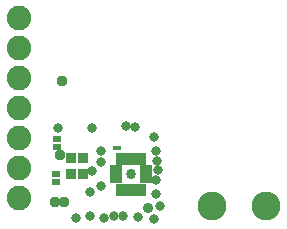
<source format=gbr>
G04 EAGLE Gerber X2 export*
%TF.Part,Single*%
%TF.FileFunction,Soldermask,Bot,1*%
%TF.FilePolarity,Negative*%
%TF.GenerationSoftware,Autodesk,EAGLE,9.0.0*%
%TF.CreationDate,2018-06-19T20:39:02Z*%
G75*
%MOMM*%
%FSLAX34Y34*%
%LPD*%
%AMOC8*
5,1,8,0,0,1.08239X$1,22.5*%
G01*
%ADD10R,0.381000X0.457200*%
%ADD11R,0.803200X0.603200*%
%ADD12C,2.082800*%
%ADD13R,0.503200X1.128200*%
%ADD14R,1.003200X0.503200*%
%ADD15R,0.903200X0.953200*%
%ADD16C,0.812800*%
%ADD17C,0.863600*%
%ADD18C,2.453200*%
%ADD19C,0.959600*%
%ADD20C,0.909600*%


D10*
X57783Y63495D03*
X61085Y63495D03*
D11*
X8197Y64703D03*
X8197Y71703D03*
X7811Y34991D03*
X7811Y41991D03*
D12*
X-23592Y174080D03*
X-23592Y148680D03*
X-23592Y123280D03*
X-23592Y97880D03*
X-23592Y72480D03*
X-23592Y47080D03*
X-23592Y21680D03*
D13*
X61074Y54300D03*
X66074Y54300D03*
X71074Y54300D03*
X76074Y54300D03*
X81074Y54300D03*
D14*
X83824Y46425D03*
X83824Y41425D03*
X83824Y36425D03*
D13*
X81074Y28550D03*
X76074Y28550D03*
X71074Y28550D03*
X66074Y28550D03*
X61074Y28550D03*
D14*
X58324Y36425D03*
X58324Y41425D03*
X58324Y46425D03*
D15*
X30059Y41927D03*
X30059Y55427D03*
X20059Y55427D03*
X20059Y41927D03*
D16*
X90966Y72998D03*
X38089Y80475D03*
X9312Y80632D03*
X66495Y82027D03*
X74386Y81680D03*
X93684Y45471D03*
X93202Y53091D03*
X92615Y61222D03*
X64690Y5768D03*
X92396Y36639D03*
D17*
X71492Y41715D03*
D16*
X46000Y61500D03*
X46000Y51500D03*
X38500Y44000D03*
X46000Y31500D03*
X36000Y26500D03*
X95558Y14913D03*
X36362Y6057D03*
X24372Y4260D03*
D18*
X140000Y15000D03*
D19*
X14651Y17935D03*
X6585Y17628D03*
D20*
X85493Y12696D03*
D16*
X90593Y3822D03*
D19*
X11000Y57397D03*
X12835Y120835D03*
D16*
X48613Y4541D03*
X77104Y5134D03*
D18*
X185000Y15000D03*
D16*
X56502Y6055D03*
X92083Y24841D03*
M02*

</source>
